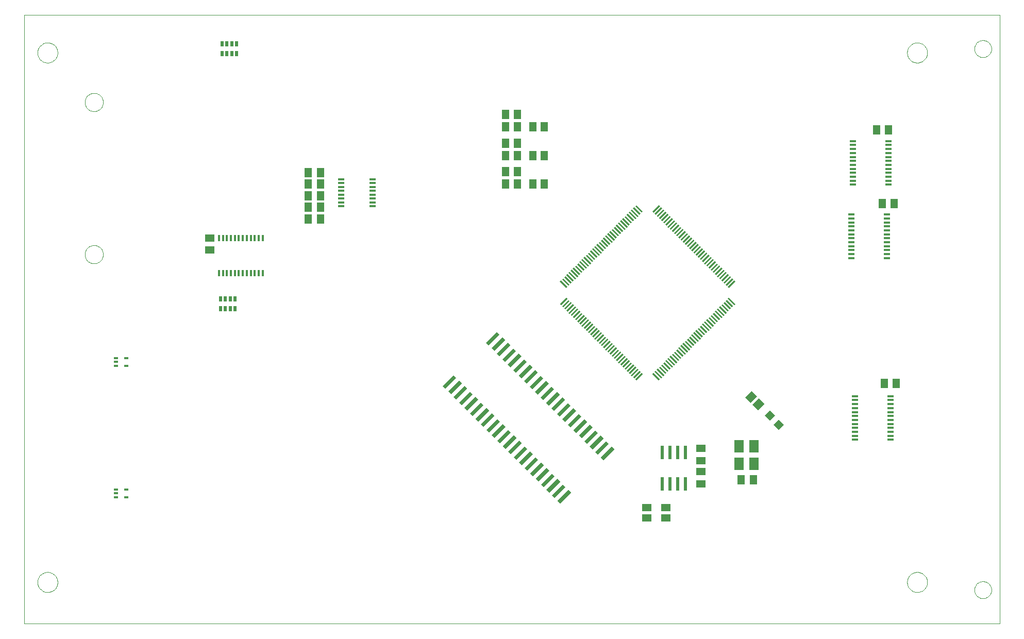
<source format=gtp>
G75*
G70*
%OFA0B0*%
%FSLAX24Y24*%
%IPPOS*%
%LPD*%
%AMOC8*
5,1,8,0,0,1.08239X$1,22.5*
%
%ADD10R,0.0630X0.0787*%
%ADD11R,0.0512X0.0630*%
%ADD12R,0.0512X0.0591*%
%ADD13C,0.0000*%
%ADD14R,0.0390X0.0120*%
%ADD15R,0.0106X0.0591*%
%ADD16R,0.0591X0.0106*%
%ADD17R,0.0250X0.1000*%
%ADD18R,0.0120X0.0390*%
%ADD19R,0.0630X0.0512*%
%ADD20R,0.0236X0.0866*%
%ADD21R,0.0591X0.0512*%
%ADD22R,0.0197X0.0354*%
%ADD23R,0.0472X0.0472*%
%ADD24R,0.0276X0.0157*%
%ADD25R,0.0430X0.0150*%
D10*
X051057Y017789D03*
X052041Y017789D03*
X052041Y018901D03*
X051057Y018901D03*
D11*
X051204Y016745D03*
X051992Y016745D03*
X060454Y022995D03*
X061242Y022995D03*
X061117Y034620D03*
X060329Y034620D03*
X059954Y039370D03*
X060742Y039370D03*
X023992Y036620D03*
X023992Y035870D03*
X023204Y035870D03*
X023204Y036620D03*
X023204Y035120D03*
X023204Y034370D03*
X023992Y034370D03*
X023992Y035120D03*
X023992Y033620D03*
X023204Y033620D03*
D12*
X035974Y035870D03*
X036722Y035870D03*
X036722Y036670D03*
X035974Y036670D03*
X035974Y037720D03*
X036722Y037720D03*
X036722Y038520D03*
X035974Y038520D03*
X035974Y039570D03*
X036722Y039570D03*
X036722Y040370D03*
X035974Y040370D03*
X037724Y039570D03*
X038472Y039570D03*
X038472Y037720D03*
X037724Y037720D03*
X037724Y035870D03*
X038472Y035870D03*
G36*
X051834Y021717D02*
X051472Y022079D01*
X051888Y022495D01*
X052250Y022133D01*
X051834Y021717D01*
G37*
G36*
X052307Y021244D02*
X051945Y021606D01*
X052361Y022022D01*
X052723Y021660D01*
X052307Y021244D01*
G37*
D13*
X004848Y007430D02*
X004848Y046810D01*
X067948Y046810D01*
X067948Y007430D01*
X004848Y007430D01*
X005698Y010120D02*
X005700Y010170D01*
X005706Y010220D01*
X005716Y010270D01*
X005729Y010318D01*
X005746Y010366D01*
X005767Y010412D01*
X005791Y010456D01*
X005819Y010498D01*
X005850Y010538D01*
X005884Y010575D01*
X005921Y010610D01*
X005960Y010641D01*
X006001Y010670D01*
X006045Y010695D01*
X006091Y010717D01*
X006138Y010735D01*
X006186Y010749D01*
X006235Y010760D01*
X006285Y010767D01*
X006335Y010770D01*
X006386Y010769D01*
X006436Y010764D01*
X006486Y010755D01*
X006534Y010743D01*
X006582Y010726D01*
X006628Y010706D01*
X006673Y010683D01*
X006716Y010656D01*
X006756Y010626D01*
X006794Y010593D01*
X006829Y010557D01*
X006862Y010518D01*
X006891Y010477D01*
X006917Y010434D01*
X006940Y010389D01*
X006959Y010342D01*
X006974Y010294D01*
X006986Y010245D01*
X006994Y010195D01*
X006998Y010145D01*
X006998Y010095D01*
X006994Y010045D01*
X006986Y009995D01*
X006974Y009946D01*
X006959Y009898D01*
X006940Y009851D01*
X006917Y009806D01*
X006891Y009763D01*
X006862Y009722D01*
X006829Y009683D01*
X006794Y009647D01*
X006756Y009614D01*
X006716Y009584D01*
X006673Y009557D01*
X006628Y009534D01*
X006582Y009514D01*
X006534Y009497D01*
X006486Y009485D01*
X006436Y009476D01*
X006386Y009471D01*
X006335Y009470D01*
X006285Y009473D01*
X006235Y009480D01*
X006186Y009491D01*
X006138Y009505D01*
X006091Y009523D01*
X006045Y009545D01*
X006001Y009570D01*
X005960Y009599D01*
X005921Y009630D01*
X005884Y009665D01*
X005850Y009702D01*
X005819Y009742D01*
X005791Y009784D01*
X005767Y009828D01*
X005746Y009874D01*
X005729Y009922D01*
X005716Y009970D01*
X005706Y010020D01*
X005700Y010070D01*
X005698Y010120D01*
X008757Y031323D02*
X008759Y031371D01*
X008765Y031419D01*
X008775Y031466D01*
X008788Y031512D01*
X008806Y031557D01*
X008826Y031601D01*
X008851Y031643D01*
X008879Y031682D01*
X008909Y031719D01*
X008943Y031753D01*
X008980Y031785D01*
X009018Y031814D01*
X009059Y031839D01*
X009102Y031861D01*
X009147Y031879D01*
X009193Y031893D01*
X009240Y031904D01*
X009288Y031911D01*
X009336Y031914D01*
X009384Y031913D01*
X009432Y031908D01*
X009480Y031899D01*
X009526Y031887D01*
X009571Y031870D01*
X009615Y031850D01*
X009657Y031827D01*
X009697Y031800D01*
X009735Y031770D01*
X009770Y031737D01*
X009802Y031701D01*
X009832Y031663D01*
X009858Y031622D01*
X009880Y031579D01*
X009900Y031535D01*
X009915Y031490D01*
X009927Y031443D01*
X009935Y031395D01*
X009939Y031347D01*
X009939Y031299D01*
X009935Y031251D01*
X009927Y031203D01*
X009915Y031156D01*
X009900Y031111D01*
X009880Y031067D01*
X009858Y031024D01*
X009832Y030983D01*
X009802Y030945D01*
X009770Y030909D01*
X009735Y030876D01*
X009697Y030846D01*
X009657Y030819D01*
X009615Y030796D01*
X009571Y030776D01*
X009526Y030759D01*
X009480Y030747D01*
X009432Y030738D01*
X009384Y030733D01*
X009336Y030732D01*
X009288Y030735D01*
X009240Y030742D01*
X009193Y030753D01*
X009147Y030767D01*
X009102Y030785D01*
X009059Y030807D01*
X009018Y030832D01*
X008980Y030861D01*
X008943Y030893D01*
X008909Y030927D01*
X008879Y030964D01*
X008851Y031003D01*
X008826Y031045D01*
X008806Y031089D01*
X008788Y031134D01*
X008775Y031180D01*
X008765Y031227D01*
X008759Y031275D01*
X008757Y031323D01*
X008757Y041166D02*
X008759Y041214D01*
X008765Y041262D01*
X008775Y041309D01*
X008788Y041355D01*
X008806Y041400D01*
X008826Y041444D01*
X008851Y041486D01*
X008879Y041525D01*
X008909Y041562D01*
X008943Y041596D01*
X008980Y041628D01*
X009018Y041657D01*
X009059Y041682D01*
X009102Y041704D01*
X009147Y041722D01*
X009193Y041736D01*
X009240Y041747D01*
X009288Y041754D01*
X009336Y041757D01*
X009384Y041756D01*
X009432Y041751D01*
X009480Y041742D01*
X009526Y041730D01*
X009571Y041713D01*
X009615Y041693D01*
X009657Y041670D01*
X009697Y041643D01*
X009735Y041613D01*
X009770Y041580D01*
X009802Y041544D01*
X009832Y041506D01*
X009858Y041465D01*
X009880Y041422D01*
X009900Y041378D01*
X009915Y041333D01*
X009927Y041286D01*
X009935Y041238D01*
X009939Y041190D01*
X009939Y041142D01*
X009935Y041094D01*
X009927Y041046D01*
X009915Y040999D01*
X009900Y040954D01*
X009880Y040910D01*
X009858Y040867D01*
X009832Y040826D01*
X009802Y040788D01*
X009770Y040752D01*
X009735Y040719D01*
X009697Y040689D01*
X009657Y040662D01*
X009615Y040639D01*
X009571Y040619D01*
X009526Y040602D01*
X009480Y040590D01*
X009432Y040581D01*
X009384Y040576D01*
X009336Y040575D01*
X009288Y040578D01*
X009240Y040585D01*
X009193Y040596D01*
X009147Y040610D01*
X009102Y040628D01*
X009059Y040650D01*
X009018Y040675D01*
X008980Y040704D01*
X008943Y040736D01*
X008909Y040770D01*
X008879Y040807D01*
X008851Y040846D01*
X008826Y040888D01*
X008806Y040932D01*
X008788Y040977D01*
X008775Y041023D01*
X008765Y041070D01*
X008759Y041118D01*
X008757Y041166D01*
X005698Y044370D02*
X005700Y044420D01*
X005706Y044470D01*
X005716Y044520D01*
X005729Y044568D01*
X005746Y044616D01*
X005767Y044662D01*
X005791Y044706D01*
X005819Y044748D01*
X005850Y044788D01*
X005884Y044825D01*
X005921Y044860D01*
X005960Y044891D01*
X006001Y044920D01*
X006045Y044945D01*
X006091Y044967D01*
X006138Y044985D01*
X006186Y044999D01*
X006235Y045010D01*
X006285Y045017D01*
X006335Y045020D01*
X006386Y045019D01*
X006436Y045014D01*
X006486Y045005D01*
X006534Y044993D01*
X006582Y044976D01*
X006628Y044956D01*
X006673Y044933D01*
X006716Y044906D01*
X006756Y044876D01*
X006794Y044843D01*
X006829Y044807D01*
X006862Y044768D01*
X006891Y044727D01*
X006917Y044684D01*
X006940Y044639D01*
X006959Y044592D01*
X006974Y044544D01*
X006986Y044495D01*
X006994Y044445D01*
X006998Y044395D01*
X006998Y044345D01*
X006994Y044295D01*
X006986Y044245D01*
X006974Y044196D01*
X006959Y044148D01*
X006940Y044101D01*
X006917Y044056D01*
X006891Y044013D01*
X006862Y043972D01*
X006829Y043933D01*
X006794Y043897D01*
X006756Y043864D01*
X006716Y043834D01*
X006673Y043807D01*
X006628Y043784D01*
X006582Y043764D01*
X006534Y043747D01*
X006486Y043735D01*
X006436Y043726D01*
X006386Y043721D01*
X006335Y043720D01*
X006285Y043723D01*
X006235Y043730D01*
X006186Y043741D01*
X006138Y043755D01*
X006091Y043773D01*
X006045Y043795D01*
X006001Y043820D01*
X005960Y043849D01*
X005921Y043880D01*
X005884Y043915D01*
X005850Y043952D01*
X005819Y043992D01*
X005791Y044034D01*
X005767Y044078D01*
X005746Y044124D01*
X005729Y044172D01*
X005716Y044220D01*
X005706Y044270D01*
X005700Y044320D01*
X005698Y044370D01*
X061948Y044370D02*
X061950Y044420D01*
X061956Y044470D01*
X061966Y044520D01*
X061979Y044568D01*
X061996Y044616D01*
X062017Y044662D01*
X062041Y044706D01*
X062069Y044748D01*
X062100Y044788D01*
X062134Y044825D01*
X062171Y044860D01*
X062210Y044891D01*
X062251Y044920D01*
X062295Y044945D01*
X062341Y044967D01*
X062388Y044985D01*
X062436Y044999D01*
X062485Y045010D01*
X062535Y045017D01*
X062585Y045020D01*
X062636Y045019D01*
X062686Y045014D01*
X062736Y045005D01*
X062784Y044993D01*
X062832Y044976D01*
X062878Y044956D01*
X062923Y044933D01*
X062966Y044906D01*
X063006Y044876D01*
X063044Y044843D01*
X063079Y044807D01*
X063112Y044768D01*
X063141Y044727D01*
X063167Y044684D01*
X063190Y044639D01*
X063209Y044592D01*
X063224Y044544D01*
X063236Y044495D01*
X063244Y044445D01*
X063248Y044395D01*
X063248Y044345D01*
X063244Y044295D01*
X063236Y044245D01*
X063224Y044196D01*
X063209Y044148D01*
X063190Y044101D01*
X063167Y044056D01*
X063141Y044013D01*
X063112Y043972D01*
X063079Y043933D01*
X063044Y043897D01*
X063006Y043864D01*
X062966Y043834D01*
X062923Y043807D01*
X062878Y043784D01*
X062832Y043764D01*
X062784Y043747D01*
X062736Y043735D01*
X062686Y043726D01*
X062636Y043721D01*
X062585Y043720D01*
X062535Y043723D01*
X062485Y043730D01*
X062436Y043741D01*
X062388Y043755D01*
X062341Y043773D01*
X062295Y043795D01*
X062251Y043820D01*
X062210Y043849D01*
X062171Y043880D01*
X062134Y043915D01*
X062100Y043952D01*
X062069Y043992D01*
X062041Y044034D01*
X062017Y044078D01*
X061996Y044124D01*
X061979Y044172D01*
X061966Y044220D01*
X061956Y044270D01*
X061950Y044320D01*
X061948Y044370D01*
X066298Y044620D02*
X066300Y044667D01*
X066306Y044713D01*
X066316Y044759D01*
X066329Y044803D01*
X066347Y044847D01*
X066368Y044888D01*
X066392Y044928D01*
X066420Y044966D01*
X066451Y045001D01*
X066485Y045033D01*
X066521Y045062D01*
X066560Y045088D01*
X066600Y045111D01*
X066643Y045130D01*
X066687Y045146D01*
X066732Y045158D01*
X066778Y045166D01*
X066825Y045170D01*
X066871Y045170D01*
X066918Y045166D01*
X066964Y045158D01*
X067009Y045146D01*
X067053Y045130D01*
X067096Y045111D01*
X067136Y045088D01*
X067175Y045062D01*
X067211Y045033D01*
X067245Y045001D01*
X067276Y044966D01*
X067304Y044928D01*
X067328Y044888D01*
X067349Y044847D01*
X067367Y044803D01*
X067380Y044759D01*
X067390Y044713D01*
X067396Y044667D01*
X067398Y044620D01*
X067396Y044573D01*
X067390Y044527D01*
X067380Y044481D01*
X067367Y044437D01*
X067349Y044393D01*
X067328Y044352D01*
X067304Y044312D01*
X067276Y044274D01*
X067245Y044239D01*
X067211Y044207D01*
X067175Y044178D01*
X067136Y044152D01*
X067096Y044129D01*
X067053Y044110D01*
X067009Y044094D01*
X066964Y044082D01*
X066918Y044074D01*
X066871Y044070D01*
X066825Y044070D01*
X066778Y044074D01*
X066732Y044082D01*
X066687Y044094D01*
X066643Y044110D01*
X066600Y044129D01*
X066560Y044152D01*
X066521Y044178D01*
X066485Y044207D01*
X066451Y044239D01*
X066420Y044274D01*
X066392Y044312D01*
X066368Y044352D01*
X066347Y044393D01*
X066329Y044437D01*
X066316Y044481D01*
X066306Y044527D01*
X066300Y044573D01*
X066298Y044620D01*
X061948Y010120D02*
X061950Y010170D01*
X061956Y010220D01*
X061966Y010270D01*
X061979Y010318D01*
X061996Y010366D01*
X062017Y010412D01*
X062041Y010456D01*
X062069Y010498D01*
X062100Y010538D01*
X062134Y010575D01*
X062171Y010610D01*
X062210Y010641D01*
X062251Y010670D01*
X062295Y010695D01*
X062341Y010717D01*
X062388Y010735D01*
X062436Y010749D01*
X062485Y010760D01*
X062535Y010767D01*
X062585Y010770D01*
X062636Y010769D01*
X062686Y010764D01*
X062736Y010755D01*
X062784Y010743D01*
X062832Y010726D01*
X062878Y010706D01*
X062923Y010683D01*
X062966Y010656D01*
X063006Y010626D01*
X063044Y010593D01*
X063079Y010557D01*
X063112Y010518D01*
X063141Y010477D01*
X063167Y010434D01*
X063190Y010389D01*
X063209Y010342D01*
X063224Y010294D01*
X063236Y010245D01*
X063244Y010195D01*
X063248Y010145D01*
X063248Y010095D01*
X063244Y010045D01*
X063236Y009995D01*
X063224Y009946D01*
X063209Y009898D01*
X063190Y009851D01*
X063167Y009806D01*
X063141Y009763D01*
X063112Y009722D01*
X063079Y009683D01*
X063044Y009647D01*
X063006Y009614D01*
X062966Y009584D01*
X062923Y009557D01*
X062878Y009534D01*
X062832Y009514D01*
X062784Y009497D01*
X062736Y009485D01*
X062686Y009476D01*
X062636Y009471D01*
X062585Y009470D01*
X062535Y009473D01*
X062485Y009480D01*
X062436Y009491D01*
X062388Y009505D01*
X062341Y009523D01*
X062295Y009545D01*
X062251Y009570D01*
X062210Y009599D01*
X062171Y009630D01*
X062134Y009665D01*
X062100Y009702D01*
X062069Y009742D01*
X062041Y009784D01*
X062017Y009828D01*
X061996Y009874D01*
X061979Y009922D01*
X061966Y009970D01*
X061956Y010020D01*
X061950Y010070D01*
X061948Y010120D01*
X066298Y009620D02*
X066300Y009667D01*
X066306Y009713D01*
X066316Y009759D01*
X066329Y009803D01*
X066347Y009847D01*
X066368Y009888D01*
X066392Y009928D01*
X066420Y009966D01*
X066451Y010001D01*
X066485Y010033D01*
X066521Y010062D01*
X066560Y010088D01*
X066600Y010111D01*
X066643Y010130D01*
X066687Y010146D01*
X066732Y010158D01*
X066778Y010166D01*
X066825Y010170D01*
X066871Y010170D01*
X066918Y010166D01*
X066964Y010158D01*
X067009Y010146D01*
X067053Y010130D01*
X067096Y010111D01*
X067136Y010088D01*
X067175Y010062D01*
X067211Y010033D01*
X067245Y010001D01*
X067276Y009966D01*
X067304Y009928D01*
X067328Y009888D01*
X067349Y009847D01*
X067367Y009803D01*
X067380Y009759D01*
X067390Y009713D01*
X067396Y009667D01*
X067398Y009620D01*
X067396Y009573D01*
X067390Y009527D01*
X067380Y009481D01*
X067367Y009437D01*
X067349Y009393D01*
X067328Y009352D01*
X067304Y009312D01*
X067276Y009274D01*
X067245Y009239D01*
X067211Y009207D01*
X067175Y009178D01*
X067136Y009152D01*
X067096Y009129D01*
X067053Y009110D01*
X067009Y009094D01*
X066964Y009082D01*
X066918Y009074D01*
X066871Y009070D01*
X066825Y009070D01*
X066778Y009074D01*
X066732Y009082D01*
X066687Y009094D01*
X066643Y009110D01*
X066600Y009129D01*
X066560Y009152D01*
X066521Y009178D01*
X066485Y009207D01*
X066451Y009239D01*
X066420Y009274D01*
X066392Y009312D01*
X066368Y009352D01*
X066347Y009393D01*
X066329Y009437D01*
X066316Y009481D01*
X066306Y009527D01*
X066300Y009573D01*
X066298Y009620D01*
D14*
X060872Y019337D03*
X060872Y019593D03*
X060872Y019849D03*
X060872Y020105D03*
X060872Y020361D03*
X060872Y020617D03*
X060872Y020872D03*
X060872Y021128D03*
X060872Y021384D03*
X060872Y021640D03*
X060872Y021896D03*
X060872Y022152D03*
X058574Y022152D03*
X058574Y021896D03*
X058574Y021640D03*
X058574Y021384D03*
X058574Y021128D03*
X058574Y020872D03*
X058574Y020617D03*
X058574Y020361D03*
X058574Y020105D03*
X058574Y019849D03*
X058574Y019593D03*
X058574Y019337D03*
X058324Y031087D03*
X058324Y031343D03*
X058324Y031599D03*
X058324Y031855D03*
X058324Y032111D03*
X058324Y032367D03*
X058324Y032622D03*
X058324Y032878D03*
X058324Y033134D03*
X058324Y033390D03*
X058324Y033646D03*
X058324Y033902D03*
X060622Y033902D03*
X060622Y033646D03*
X060622Y033390D03*
X060622Y033134D03*
X060622Y032878D03*
X060622Y032622D03*
X060622Y032367D03*
X060622Y032111D03*
X060622Y031855D03*
X060622Y031599D03*
X060622Y031343D03*
X060622Y031087D03*
X060747Y035837D03*
X060747Y036093D03*
X060747Y036349D03*
X060747Y036605D03*
X060747Y036861D03*
X060747Y037117D03*
X060747Y037372D03*
X060747Y037628D03*
X060747Y037884D03*
X060747Y038140D03*
X060747Y038396D03*
X060747Y038652D03*
X058449Y038652D03*
X058449Y038396D03*
X058449Y038140D03*
X058449Y037884D03*
X058449Y037628D03*
X058449Y037372D03*
X058449Y037117D03*
X058449Y036861D03*
X058449Y036605D03*
X058449Y036349D03*
X058449Y036093D03*
X058449Y035837D03*
D15*
G36*
X050416Y029155D02*
X050341Y029230D01*
X050758Y029647D01*
X050833Y029572D01*
X050416Y029155D01*
G37*
G36*
X050277Y029294D02*
X050202Y029369D01*
X050619Y029786D01*
X050694Y029711D01*
X050277Y029294D01*
G37*
G36*
X050138Y029434D02*
X050063Y029509D01*
X050480Y029926D01*
X050555Y029851D01*
X050138Y029434D01*
G37*
G36*
X049998Y029573D02*
X049923Y029648D01*
X050340Y030065D01*
X050415Y029990D01*
X049998Y029573D01*
G37*
G36*
X049859Y029712D02*
X049784Y029787D01*
X050201Y030204D01*
X050276Y030129D01*
X049859Y029712D01*
G37*
G36*
X049720Y029851D02*
X049645Y029926D01*
X050062Y030343D01*
X050137Y030268D01*
X049720Y029851D01*
G37*
G36*
X049581Y029990D02*
X049506Y030065D01*
X049923Y030482D01*
X049998Y030407D01*
X049581Y029990D01*
G37*
G36*
X049442Y030129D02*
X049367Y030204D01*
X049784Y030621D01*
X049859Y030546D01*
X049442Y030129D01*
G37*
G36*
X049302Y030269D02*
X049227Y030344D01*
X049644Y030761D01*
X049719Y030686D01*
X049302Y030269D01*
G37*
G36*
X049163Y030408D02*
X049088Y030483D01*
X049505Y030900D01*
X049580Y030825D01*
X049163Y030408D01*
G37*
G36*
X049024Y030547D02*
X048949Y030622D01*
X049366Y031039D01*
X049441Y030964D01*
X049024Y030547D01*
G37*
G36*
X048885Y030686D02*
X048810Y030761D01*
X049227Y031178D01*
X049302Y031103D01*
X048885Y030686D01*
G37*
G36*
X048746Y030825D02*
X048671Y030900D01*
X049088Y031317D01*
X049163Y031242D01*
X048746Y030825D01*
G37*
G36*
X048606Y030965D02*
X048531Y031040D01*
X048948Y031457D01*
X049023Y031382D01*
X048606Y030965D01*
G37*
G36*
X048467Y031104D02*
X048392Y031179D01*
X048809Y031596D01*
X048884Y031521D01*
X048467Y031104D01*
G37*
G36*
X048328Y031243D02*
X048253Y031318D01*
X048670Y031735D01*
X048745Y031660D01*
X048328Y031243D01*
G37*
G36*
X048189Y031382D02*
X048114Y031457D01*
X048531Y031874D01*
X048606Y031799D01*
X048189Y031382D01*
G37*
G36*
X048050Y031521D02*
X047975Y031596D01*
X048392Y032013D01*
X048467Y031938D01*
X048050Y031521D01*
G37*
G36*
X047911Y031661D02*
X047836Y031736D01*
X048253Y032153D01*
X048328Y032078D01*
X047911Y031661D01*
G37*
G36*
X047771Y031800D02*
X047696Y031875D01*
X048113Y032292D01*
X048188Y032217D01*
X047771Y031800D01*
G37*
G36*
X047632Y031939D02*
X047557Y032014D01*
X047974Y032431D01*
X048049Y032356D01*
X047632Y031939D01*
G37*
G36*
X047493Y032078D02*
X047418Y032153D01*
X047835Y032570D01*
X047910Y032495D01*
X047493Y032078D01*
G37*
G36*
X047354Y032217D02*
X047279Y032292D01*
X047696Y032709D01*
X047771Y032634D01*
X047354Y032217D01*
G37*
G36*
X047215Y032357D02*
X047140Y032432D01*
X047557Y032849D01*
X047632Y032774D01*
X047215Y032357D01*
G37*
G36*
X047075Y032496D02*
X047000Y032571D01*
X047417Y032988D01*
X047492Y032913D01*
X047075Y032496D01*
G37*
G36*
X046936Y032635D02*
X046861Y032710D01*
X047278Y033127D01*
X047353Y033052D01*
X046936Y032635D01*
G37*
G36*
X046797Y032774D02*
X046722Y032849D01*
X047139Y033266D01*
X047214Y033191D01*
X046797Y032774D01*
G37*
G36*
X046658Y032913D02*
X046583Y032988D01*
X047000Y033405D01*
X047075Y033330D01*
X046658Y032913D01*
G37*
G36*
X046519Y033053D02*
X046444Y033128D01*
X046861Y033545D01*
X046936Y033470D01*
X046519Y033053D01*
G37*
G36*
X046379Y033192D02*
X046304Y033267D01*
X046721Y033684D01*
X046796Y033609D01*
X046379Y033192D01*
G37*
G36*
X046240Y033331D02*
X046165Y033406D01*
X046582Y033823D01*
X046657Y033748D01*
X046240Y033331D01*
G37*
G36*
X046101Y033470D02*
X046026Y033545D01*
X046443Y033962D01*
X046518Y033887D01*
X046101Y033470D01*
G37*
G36*
X045962Y033609D02*
X045887Y033684D01*
X046304Y034101D01*
X046379Y034026D01*
X045962Y033609D01*
G37*
G36*
X045823Y033749D02*
X045748Y033824D01*
X046165Y034241D01*
X046240Y034166D01*
X045823Y033749D01*
G37*
G36*
X045683Y033888D02*
X045608Y033963D01*
X046025Y034380D01*
X046100Y034305D01*
X045683Y033888D01*
G37*
G36*
X045544Y034027D02*
X045469Y034102D01*
X045886Y034519D01*
X045961Y034444D01*
X045544Y034027D01*
G37*
G36*
X039559Y028042D02*
X039484Y028117D01*
X039901Y028534D01*
X039976Y028459D01*
X039559Y028042D01*
G37*
G36*
X039698Y027902D02*
X039623Y027977D01*
X040040Y028394D01*
X040115Y028319D01*
X039698Y027902D01*
G37*
G36*
X039837Y027763D02*
X039762Y027838D01*
X040179Y028255D01*
X040254Y028180D01*
X039837Y027763D01*
G37*
G36*
X039976Y027624D02*
X039901Y027699D01*
X040318Y028116D01*
X040393Y028041D01*
X039976Y027624D01*
G37*
G36*
X040116Y027485D02*
X040041Y027560D01*
X040458Y027977D01*
X040533Y027902D01*
X040116Y027485D01*
G37*
G36*
X040255Y027346D02*
X040180Y027421D01*
X040597Y027838D01*
X040672Y027763D01*
X040255Y027346D01*
G37*
G36*
X040394Y027206D02*
X040319Y027281D01*
X040736Y027698D01*
X040811Y027623D01*
X040394Y027206D01*
G37*
G36*
X040533Y027067D02*
X040458Y027142D01*
X040875Y027559D01*
X040950Y027484D01*
X040533Y027067D01*
G37*
G36*
X040672Y026928D02*
X040597Y027003D01*
X041014Y027420D01*
X041089Y027345D01*
X040672Y026928D01*
G37*
G36*
X040812Y026789D02*
X040737Y026864D01*
X041154Y027281D01*
X041229Y027206D01*
X040812Y026789D01*
G37*
G36*
X040951Y026650D02*
X040876Y026725D01*
X041293Y027142D01*
X041368Y027067D01*
X040951Y026650D01*
G37*
G36*
X041090Y026510D02*
X041015Y026585D01*
X041432Y027002D01*
X041507Y026927D01*
X041090Y026510D01*
G37*
G36*
X041229Y026371D02*
X041154Y026446D01*
X041571Y026863D01*
X041646Y026788D01*
X041229Y026371D01*
G37*
G36*
X041368Y026232D02*
X041293Y026307D01*
X041710Y026724D01*
X041785Y026649D01*
X041368Y026232D01*
G37*
G36*
X041508Y026093D02*
X041433Y026168D01*
X041850Y026585D01*
X041925Y026510D01*
X041508Y026093D01*
G37*
G36*
X041647Y025954D02*
X041572Y026029D01*
X041989Y026446D01*
X042064Y026371D01*
X041647Y025954D01*
G37*
G36*
X041786Y025814D02*
X041711Y025889D01*
X042128Y026306D01*
X042203Y026231D01*
X041786Y025814D01*
G37*
G36*
X041925Y025675D02*
X041850Y025750D01*
X042267Y026167D01*
X042342Y026092D01*
X041925Y025675D01*
G37*
G36*
X042064Y025536D02*
X041989Y025611D01*
X042406Y026028D01*
X042481Y025953D01*
X042064Y025536D01*
G37*
G36*
X042204Y025397D02*
X042129Y025472D01*
X042546Y025889D01*
X042621Y025814D01*
X042204Y025397D01*
G37*
G36*
X042343Y025258D02*
X042268Y025333D01*
X042685Y025750D01*
X042760Y025675D01*
X042343Y025258D01*
G37*
G36*
X042482Y025118D02*
X042407Y025193D01*
X042824Y025610D01*
X042899Y025535D01*
X042482Y025118D01*
G37*
G36*
X042621Y024979D02*
X042546Y025054D01*
X042963Y025471D01*
X043038Y025396D01*
X042621Y024979D01*
G37*
G36*
X042760Y024840D02*
X042685Y024915D01*
X043102Y025332D01*
X043177Y025257D01*
X042760Y024840D01*
G37*
G36*
X042900Y024701D02*
X042825Y024776D01*
X043242Y025193D01*
X043317Y025118D01*
X042900Y024701D01*
G37*
G36*
X043039Y024562D02*
X042964Y024637D01*
X043381Y025054D01*
X043456Y024979D01*
X043039Y024562D01*
G37*
G36*
X043178Y024423D02*
X043103Y024498D01*
X043520Y024915D01*
X043595Y024840D01*
X043178Y024423D01*
G37*
G36*
X043317Y024283D02*
X043242Y024358D01*
X043659Y024775D01*
X043734Y024700D01*
X043317Y024283D01*
G37*
G36*
X043456Y024144D02*
X043381Y024219D01*
X043798Y024636D01*
X043873Y024561D01*
X043456Y024144D01*
G37*
G36*
X043595Y024005D02*
X043520Y024080D01*
X043937Y024497D01*
X044012Y024422D01*
X043595Y024005D01*
G37*
G36*
X043735Y023866D02*
X043660Y023941D01*
X044077Y024358D01*
X044152Y024283D01*
X043735Y023866D01*
G37*
G36*
X043874Y023727D02*
X043799Y023802D01*
X044216Y024219D01*
X044291Y024144D01*
X043874Y023727D01*
G37*
G36*
X044013Y023587D02*
X043938Y023662D01*
X044355Y024079D01*
X044430Y024004D01*
X044013Y023587D01*
G37*
G36*
X044152Y023448D02*
X044077Y023523D01*
X044494Y023940D01*
X044569Y023865D01*
X044152Y023448D01*
G37*
G36*
X044291Y023309D02*
X044216Y023384D01*
X044633Y023801D01*
X044708Y023726D01*
X044291Y023309D01*
G37*
G36*
X044431Y023170D02*
X044356Y023245D01*
X044773Y023662D01*
X044848Y023587D01*
X044431Y023170D01*
G37*
D16*
G36*
X045886Y023170D02*
X045469Y023587D01*
X045544Y023662D01*
X045961Y023245D01*
X045886Y023170D01*
G37*
G36*
X046025Y023309D02*
X045608Y023726D01*
X045683Y023801D01*
X046100Y023384D01*
X046025Y023309D01*
G37*
G36*
X046165Y023448D02*
X045748Y023865D01*
X045823Y023940D01*
X046240Y023523D01*
X046165Y023448D01*
G37*
G36*
X046304Y023587D02*
X045887Y024004D01*
X045962Y024079D01*
X046379Y023662D01*
X046304Y023587D01*
G37*
G36*
X046443Y023727D02*
X046026Y024144D01*
X046101Y024219D01*
X046518Y023802D01*
X046443Y023727D01*
G37*
G36*
X046582Y023866D02*
X046165Y024283D01*
X046240Y024358D01*
X046657Y023941D01*
X046582Y023866D01*
G37*
G36*
X046721Y024005D02*
X046304Y024422D01*
X046379Y024497D01*
X046796Y024080D01*
X046721Y024005D01*
G37*
G36*
X046861Y024144D02*
X046444Y024561D01*
X046519Y024636D01*
X046936Y024219D01*
X046861Y024144D01*
G37*
G36*
X047000Y024283D02*
X046583Y024700D01*
X046658Y024775D01*
X047075Y024358D01*
X047000Y024283D01*
G37*
G36*
X047139Y024423D02*
X046722Y024840D01*
X046797Y024915D01*
X047214Y024498D01*
X047139Y024423D01*
G37*
G36*
X047278Y024562D02*
X046861Y024979D01*
X046936Y025054D01*
X047353Y024637D01*
X047278Y024562D01*
G37*
G36*
X047417Y024701D02*
X047000Y025118D01*
X047075Y025193D01*
X047492Y024776D01*
X047417Y024701D01*
G37*
G36*
X047557Y024840D02*
X047140Y025257D01*
X047215Y025332D01*
X047632Y024915D01*
X047557Y024840D01*
G37*
G36*
X047696Y024979D02*
X047279Y025396D01*
X047354Y025471D01*
X047771Y025054D01*
X047696Y024979D01*
G37*
G36*
X047835Y025118D02*
X047418Y025535D01*
X047493Y025610D01*
X047910Y025193D01*
X047835Y025118D01*
G37*
G36*
X047974Y025258D02*
X047557Y025675D01*
X047632Y025750D01*
X048049Y025333D01*
X047974Y025258D01*
G37*
G36*
X048113Y025397D02*
X047696Y025814D01*
X047771Y025889D01*
X048188Y025472D01*
X048113Y025397D01*
G37*
G36*
X048253Y025536D02*
X047836Y025953D01*
X047911Y026028D01*
X048328Y025611D01*
X048253Y025536D01*
G37*
G36*
X048392Y025675D02*
X047975Y026092D01*
X048050Y026167D01*
X048467Y025750D01*
X048392Y025675D01*
G37*
G36*
X048531Y025814D02*
X048114Y026231D01*
X048189Y026306D01*
X048606Y025889D01*
X048531Y025814D01*
G37*
G36*
X048670Y025954D02*
X048253Y026371D01*
X048328Y026446D01*
X048745Y026029D01*
X048670Y025954D01*
G37*
G36*
X048809Y026093D02*
X048392Y026510D01*
X048467Y026585D01*
X048884Y026168D01*
X048809Y026093D01*
G37*
G36*
X048948Y026232D02*
X048531Y026649D01*
X048606Y026724D01*
X049023Y026307D01*
X048948Y026232D01*
G37*
G36*
X049088Y026371D02*
X048671Y026788D01*
X048746Y026863D01*
X049163Y026446D01*
X049088Y026371D01*
G37*
G36*
X049227Y026510D02*
X048810Y026927D01*
X048885Y027002D01*
X049302Y026585D01*
X049227Y026510D01*
G37*
G36*
X049366Y026650D02*
X048949Y027067D01*
X049024Y027142D01*
X049441Y026725D01*
X049366Y026650D01*
G37*
G36*
X049505Y026789D02*
X049088Y027206D01*
X049163Y027281D01*
X049580Y026864D01*
X049505Y026789D01*
G37*
G36*
X049644Y026928D02*
X049227Y027345D01*
X049302Y027420D01*
X049719Y027003D01*
X049644Y026928D01*
G37*
G36*
X049784Y027067D02*
X049367Y027484D01*
X049442Y027559D01*
X049859Y027142D01*
X049784Y027067D01*
G37*
G36*
X049923Y027206D02*
X049506Y027623D01*
X049581Y027698D01*
X049998Y027281D01*
X049923Y027206D01*
G37*
G36*
X050062Y027346D02*
X049645Y027763D01*
X049720Y027838D01*
X050137Y027421D01*
X050062Y027346D01*
G37*
G36*
X050201Y027485D02*
X049784Y027902D01*
X049859Y027977D01*
X050276Y027560D01*
X050201Y027485D01*
G37*
G36*
X050340Y027624D02*
X049923Y028041D01*
X049998Y028116D01*
X050415Y027699D01*
X050340Y027624D01*
G37*
G36*
X050480Y027763D02*
X050063Y028180D01*
X050138Y028255D01*
X050555Y027838D01*
X050480Y027763D01*
G37*
G36*
X050619Y027902D02*
X050202Y028319D01*
X050277Y028394D01*
X050694Y027977D01*
X050619Y027902D01*
G37*
G36*
X050758Y028042D02*
X050341Y028459D01*
X050416Y028534D01*
X050833Y028117D01*
X050758Y028042D01*
G37*
G36*
X044077Y033331D02*
X043660Y033748D01*
X043735Y033823D01*
X044152Y033406D01*
X044077Y033331D01*
G37*
G36*
X043937Y033192D02*
X043520Y033609D01*
X043595Y033684D01*
X044012Y033267D01*
X043937Y033192D01*
G37*
G36*
X043798Y033053D02*
X043381Y033470D01*
X043456Y033545D01*
X043873Y033128D01*
X043798Y033053D01*
G37*
G36*
X043659Y032913D02*
X043242Y033330D01*
X043317Y033405D01*
X043734Y032988D01*
X043659Y032913D01*
G37*
G36*
X043520Y032774D02*
X043103Y033191D01*
X043178Y033266D01*
X043595Y032849D01*
X043520Y032774D01*
G37*
G36*
X043381Y032635D02*
X042964Y033052D01*
X043039Y033127D01*
X043456Y032710D01*
X043381Y032635D01*
G37*
G36*
X043242Y032496D02*
X042825Y032913D01*
X042900Y032988D01*
X043317Y032571D01*
X043242Y032496D01*
G37*
G36*
X043102Y032357D02*
X042685Y032774D01*
X042760Y032849D01*
X043177Y032432D01*
X043102Y032357D01*
G37*
G36*
X042963Y032217D02*
X042546Y032634D01*
X042621Y032709D01*
X043038Y032292D01*
X042963Y032217D01*
G37*
G36*
X042824Y032078D02*
X042407Y032495D01*
X042482Y032570D01*
X042899Y032153D01*
X042824Y032078D01*
G37*
G36*
X042685Y031939D02*
X042268Y032356D01*
X042343Y032431D01*
X042760Y032014D01*
X042685Y031939D01*
G37*
G36*
X042546Y031800D02*
X042129Y032217D01*
X042204Y032292D01*
X042621Y031875D01*
X042546Y031800D01*
G37*
G36*
X042406Y031661D02*
X041989Y032078D01*
X042064Y032153D01*
X042481Y031736D01*
X042406Y031661D01*
G37*
G36*
X042267Y031521D02*
X041850Y031938D01*
X041925Y032013D01*
X042342Y031596D01*
X042267Y031521D01*
G37*
G36*
X042128Y031382D02*
X041711Y031799D01*
X041786Y031874D01*
X042203Y031457D01*
X042128Y031382D01*
G37*
G36*
X041989Y031243D02*
X041572Y031660D01*
X041647Y031735D01*
X042064Y031318D01*
X041989Y031243D01*
G37*
G36*
X041850Y031104D02*
X041433Y031521D01*
X041508Y031596D01*
X041925Y031179D01*
X041850Y031104D01*
G37*
G36*
X041710Y030965D02*
X041293Y031382D01*
X041368Y031457D01*
X041785Y031040D01*
X041710Y030965D01*
G37*
G36*
X041571Y030825D02*
X041154Y031242D01*
X041229Y031317D01*
X041646Y030900D01*
X041571Y030825D01*
G37*
G36*
X041432Y030686D02*
X041015Y031103D01*
X041090Y031178D01*
X041507Y030761D01*
X041432Y030686D01*
G37*
G36*
X041293Y030547D02*
X040876Y030964D01*
X040951Y031039D01*
X041368Y030622D01*
X041293Y030547D01*
G37*
G36*
X041154Y030408D02*
X040737Y030825D01*
X040812Y030900D01*
X041229Y030483D01*
X041154Y030408D01*
G37*
G36*
X041014Y030269D02*
X040597Y030686D01*
X040672Y030761D01*
X041089Y030344D01*
X041014Y030269D01*
G37*
G36*
X040875Y030129D02*
X040458Y030546D01*
X040533Y030621D01*
X040950Y030204D01*
X040875Y030129D01*
G37*
G36*
X040736Y029990D02*
X040319Y030407D01*
X040394Y030482D01*
X040811Y030065D01*
X040736Y029990D01*
G37*
G36*
X040597Y029851D02*
X040180Y030268D01*
X040255Y030343D01*
X040672Y029926D01*
X040597Y029851D01*
G37*
G36*
X040458Y029712D02*
X040041Y030129D01*
X040116Y030204D01*
X040533Y029787D01*
X040458Y029712D01*
G37*
G36*
X040318Y029573D02*
X039901Y029990D01*
X039976Y030065D01*
X040393Y029648D01*
X040318Y029573D01*
G37*
G36*
X040179Y029434D02*
X039762Y029851D01*
X039837Y029926D01*
X040254Y029509D01*
X040179Y029434D01*
G37*
G36*
X040040Y029294D02*
X039623Y029711D01*
X039698Y029786D01*
X040115Y029369D01*
X040040Y029294D01*
G37*
G36*
X039901Y029155D02*
X039484Y029572D01*
X039559Y029647D01*
X039976Y029230D01*
X039901Y029155D01*
G37*
G36*
X044216Y033470D02*
X043799Y033887D01*
X043874Y033962D01*
X044291Y033545D01*
X044216Y033470D01*
G37*
G36*
X044355Y033609D02*
X043938Y034026D01*
X044013Y034101D01*
X044430Y033684D01*
X044355Y033609D01*
G37*
G36*
X044494Y033749D02*
X044077Y034166D01*
X044152Y034241D01*
X044569Y033824D01*
X044494Y033749D01*
G37*
G36*
X044633Y033888D02*
X044216Y034305D01*
X044291Y034380D01*
X044708Y033963D01*
X044633Y033888D01*
G37*
G36*
X044773Y034027D02*
X044356Y034444D01*
X044431Y034519D01*
X044848Y034102D01*
X044773Y034027D01*
G37*
D17*
G36*
X035230Y025086D02*
X035054Y025262D01*
X035760Y025968D01*
X035936Y025792D01*
X035230Y025086D01*
G37*
G36*
X035583Y024732D02*
X035407Y024908D01*
X036113Y025614D01*
X036289Y025438D01*
X035583Y024732D01*
G37*
G36*
X035937Y024379D02*
X035761Y024555D01*
X036467Y025261D01*
X036643Y025085D01*
X035937Y024379D01*
G37*
G36*
X036291Y024025D02*
X036115Y024201D01*
X036821Y024907D01*
X036997Y024731D01*
X036291Y024025D01*
G37*
G36*
X036644Y023672D02*
X036468Y023848D01*
X037174Y024554D01*
X037350Y024378D01*
X036644Y023672D01*
G37*
G36*
X036998Y023318D02*
X036822Y023494D01*
X037528Y024200D01*
X037704Y024024D01*
X036998Y023318D01*
G37*
G36*
X037351Y022965D02*
X037175Y023141D01*
X037881Y023847D01*
X038057Y023671D01*
X037351Y022965D01*
G37*
G36*
X037705Y022611D02*
X037529Y022787D01*
X038235Y023493D01*
X038411Y023317D01*
X037705Y022611D01*
G37*
G36*
X038058Y022258D02*
X037882Y022434D01*
X038588Y023140D01*
X038764Y022964D01*
X038058Y022258D01*
G37*
G36*
X038412Y021904D02*
X038236Y022080D01*
X038942Y022786D01*
X039118Y022610D01*
X038412Y021904D01*
G37*
G36*
X038765Y021550D02*
X038589Y021726D01*
X039295Y022432D01*
X039471Y022256D01*
X038765Y021550D01*
G37*
G36*
X039119Y021197D02*
X038943Y021373D01*
X039649Y022079D01*
X039825Y021903D01*
X039119Y021197D01*
G37*
G36*
X039473Y020843D02*
X039297Y021019D01*
X040003Y021725D01*
X040179Y021549D01*
X039473Y020843D01*
G37*
G36*
X039826Y020490D02*
X039650Y020666D01*
X040356Y021372D01*
X040532Y021196D01*
X039826Y020490D01*
G37*
G36*
X040180Y020136D02*
X040004Y020312D01*
X040710Y021018D01*
X040886Y020842D01*
X040180Y020136D01*
G37*
G36*
X040533Y019783D02*
X040357Y019959D01*
X041063Y020665D01*
X041239Y020489D01*
X040533Y019783D01*
G37*
G36*
X040887Y019429D02*
X040711Y019605D01*
X041417Y020311D01*
X041593Y020135D01*
X040887Y019429D01*
G37*
G36*
X041240Y019075D02*
X041064Y019251D01*
X041770Y019957D01*
X041946Y019781D01*
X041240Y019075D01*
G37*
G36*
X041594Y018722D02*
X041418Y018898D01*
X042124Y019604D01*
X042300Y019428D01*
X041594Y018722D01*
G37*
G36*
X041947Y018368D02*
X041771Y018544D01*
X042477Y019250D01*
X042653Y019074D01*
X041947Y018368D01*
G37*
G36*
X042301Y018015D02*
X042125Y018191D01*
X042831Y018897D01*
X043007Y018721D01*
X042301Y018015D01*
G37*
G36*
X039147Y015568D02*
X038971Y015744D01*
X039677Y016450D01*
X039853Y016274D01*
X039147Y015568D01*
G37*
G36*
X039501Y015215D02*
X039325Y015391D01*
X040031Y016097D01*
X040207Y015921D01*
X039501Y015215D01*
G37*
G36*
X038794Y015922D02*
X038618Y016098D01*
X039324Y016804D01*
X039500Y016628D01*
X038794Y015922D01*
G37*
G36*
X038440Y016275D02*
X038264Y016451D01*
X038970Y017157D01*
X039146Y016981D01*
X038440Y016275D01*
G37*
G36*
X038087Y016629D02*
X037911Y016805D01*
X038617Y017511D01*
X038793Y017335D01*
X038087Y016629D01*
G37*
G36*
X037733Y016982D02*
X037557Y017158D01*
X038263Y017864D01*
X038439Y017688D01*
X037733Y016982D01*
G37*
G36*
X037379Y017336D02*
X037203Y017512D01*
X037909Y018218D01*
X038085Y018042D01*
X037379Y017336D01*
G37*
G36*
X037026Y017690D02*
X036850Y017866D01*
X037556Y018572D01*
X037732Y018396D01*
X037026Y017690D01*
G37*
G36*
X036672Y018043D02*
X036496Y018219D01*
X037202Y018925D01*
X037378Y018749D01*
X036672Y018043D01*
G37*
G36*
X036319Y018397D02*
X036143Y018573D01*
X036849Y019279D01*
X037025Y019103D01*
X036319Y018397D01*
G37*
G36*
X035965Y018750D02*
X035789Y018926D01*
X036495Y019632D01*
X036671Y019456D01*
X035965Y018750D01*
G37*
G36*
X035612Y019104D02*
X035436Y019280D01*
X036142Y019986D01*
X036318Y019810D01*
X035612Y019104D01*
G37*
G36*
X035258Y019457D02*
X035082Y019633D01*
X035788Y020339D01*
X035964Y020163D01*
X035258Y019457D01*
G37*
G36*
X034905Y019811D02*
X034729Y019987D01*
X035435Y020693D01*
X035611Y020517D01*
X034905Y019811D01*
G37*
G36*
X034551Y020164D02*
X034375Y020340D01*
X035081Y021046D01*
X035257Y020870D01*
X034551Y020164D01*
G37*
G36*
X034198Y020518D02*
X034022Y020694D01*
X034728Y021400D01*
X034904Y021224D01*
X034198Y020518D01*
G37*
G36*
X033844Y020872D02*
X033668Y021048D01*
X034374Y021754D01*
X034550Y021578D01*
X033844Y020872D01*
G37*
G36*
X033490Y021225D02*
X033314Y021401D01*
X034020Y022107D01*
X034196Y021931D01*
X033490Y021225D01*
G37*
G36*
X033137Y021579D02*
X032961Y021755D01*
X033667Y022461D01*
X033843Y022285D01*
X033137Y021579D01*
G37*
G36*
X032783Y021932D02*
X032607Y022108D01*
X033313Y022814D01*
X033489Y022638D01*
X032783Y021932D01*
G37*
G36*
X032430Y022286D02*
X032254Y022462D01*
X032960Y023168D01*
X033136Y022992D01*
X032430Y022286D01*
G37*
G36*
X032076Y022639D02*
X031900Y022815D01*
X032606Y023521D01*
X032782Y023345D01*
X032076Y022639D01*
G37*
G36*
X034876Y025439D02*
X034700Y025615D01*
X035406Y026321D01*
X035582Y026145D01*
X034876Y025439D01*
G37*
D18*
X020255Y030096D03*
X019999Y030096D03*
X019744Y030096D03*
X019488Y030096D03*
X019232Y030096D03*
X018976Y030096D03*
X018720Y030096D03*
X018464Y030096D03*
X018208Y030096D03*
X017952Y030096D03*
X017696Y030096D03*
X017440Y030096D03*
X017440Y032393D03*
X017696Y032393D03*
X017952Y032393D03*
X018208Y032393D03*
X018464Y032393D03*
X018720Y032393D03*
X018976Y032393D03*
X019232Y032393D03*
X019488Y032393D03*
X019744Y032393D03*
X019999Y032393D03*
X020255Y032393D03*
D19*
X016848Y032388D03*
X016848Y031601D03*
X048598Y018763D03*
X048598Y017976D03*
X048598Y017263D03*
X048598Y016476D03*
D20*
X047598Y016471D03*
X047098Y016471D03*
X046598Y016471D03*
X046098Y016471D03*
X046098Y018518D03*
X046598Y018518D03*
X047098Y018518D03*
X047598Y018518D03*
D21*
X046348Y014954D03*
X046348Y014285D03*
X045098Y014285D03*
X045098Y014954D03*
D22*
X018470Y027805D03*
X018155Y027805D03*
X017840Y027805D03*
X017525Y027805D03*
X017525Y028434D03*
X017840Y028434D03*
X018155Y028434D03*
X018470Y028434D03*
X018570Y044305D03*
X018255Y044305D03*
X017940Y044305D03*
X017625Y044305D03*
X017625Y044934D03*
X017940Y044934D03*
X018255Y044934D03*
X018570Y044934D03*
D23*
G36*
X052723Y020912D02*
X053056Y021245D01*
X053389Y020912D01*
X053056Y020579D01*
X052723Y020912D01*
G37*
G36*
X053307Y020327D02*
X053640Y020660D01*
X053973Y020327D01*
X053640Y019994D01*
X053307Y020327D01*
G37*
D24*
X011433Y024114D03*
X011433Y024625D03*
X010763Y024625D03*
X010763Y024370D03*
X010763Y024114D03*
X010763Y016125D03*
X010763Y015870D03*
X010763Y015614D03*
X011433Y015614D03*
X011433Y016125D03*
D25*
X025323Y034445D03*
X025323Y034695D03*
X025323Y034945D03*
X025323Y035195D03*
X025323Y035445D03*
X025323Y035695D03*
X025323Y035945D03*
X025323Y036195D03*
X027373Y036195D03*
X027373Y035945D03*
X027373Y035695D03*
X027373Y035445D03*
X027373Y035195D03*
X027373Y034945D03*
X027373Y034695D03*
X027373Y034445D03*
M02*

</source>
